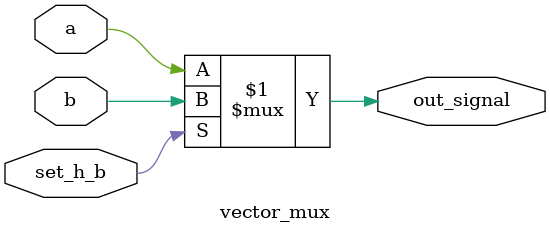
<source format=v>

module vector_mux(
        input wire a,
        input wire b,
        input set_h_b,
        output wire out_signal
    );
    
    assign out_signal = set_h_b ? b : a;
    
endmodule

</source>
